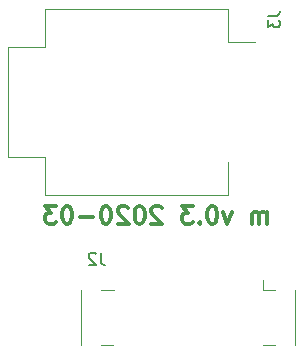
<source format=gbr>
G04 #@! TF.GenerationSoftware,KiCad,Pcbnew,5.1.5*
G04 #@! TF.CreationDate,2020-03-23T15:00:30-04:00*
G04 #@! TF.ProjectId,M55-RJ45,4d35352d-524a-4343-952e-6b696361645f,v0.3*
G04 #@! TF.SameCoordinates,Original*
G04 #@! TF.FileFunction,Legend,Bot*
G04 #@! TF.FilePolarity,Positive*
%FSLAX46Y46*%
G04 Gerber Fmt 4.6, Leading zero omitted, Abs format (unit mm)*
G04 Created by KiCad (PCBNEW 5.1.5) date 2020-03-23 15:00:30*
%MOMM*%
%LPD*%
G04 APERTURE LIST*
%ADD10C,0.300000*%
%ADD11C,0.120000*%
%ADD12C,0.150000*%
G04 APERTURE END LIST*
D10*
X62357142Y-139278571D02*
X62357142Y-138278571D01*
X62357142Y-138421428D02*
X62285714Y-138350000D01*
X62142857Y-138278571D01*
X61928571Y-138278571D01*
X61785714Y-138350000D01*
X61714285Y-138492857D01*
X61714285Y-139278571D01*
X61714285Y-138492857D02*
X61642857Y-138350000D01*
X61500000Y-138278571D01*
X61285714Y-138278571D01*
X61142857Y-138350000D01*
X61071428Y-138492857D01*
X61071428Y-139278571D01*
X59357142Y-138278571D02*
X59000000Y-139278571D01*
X58642857Y-138278571D01*
X57785714Y-137778571D02*
X57642857Y-137778571D01*
X57500000Y-137850000D01*
X57428571Y-137921428D01*
X57357142Y-138064285D01*
X57285714Y-138350000D01*
X57285714Y-138707142D01*
X57357142Y-138992857D01*
X57428571Y-139135714D01*
X57500000Y-139207142D01*
X57642857Y-139278571D01*
X57785714Y-139278571D01*
X57928571Y-139207142D01*
X58000000Y-139135714D01*
X58071428Y-138992857D01*
X58142857Y-138707142D01*
X58142857Y-138350000D01*
X58071428Y-138064285D01*
X58000000Y-137921428D01*
X57928571Y-137850000D01*
X57785714Y-137778571D01*
X56642857Y-139135714D02*
X56571428Y-139207142D01*
X56642857Y-139278571D01*
X56714285Y-139207142D01*
X56642857Y-139135714D01*
X56642857Y-139278571D01*
X56071428Y-137778571D02*
X55142857Y-137778571D01*
X55642857Y-138350000D01*
X55428571Y-138350000D01*
X55285714Y-138421428D01*
X55214285Y-138492857D01*
X55142857Y-138635714D01*
X55142857Y-138992857D01*
X55214285Y-139135714D01*
X55285714Y-139207142D01*
X55428571Y-139278571D01*
X55857142Y-139278571D01*
X56000000Y-139207142D01*
X56071428Y-139135714D01*
X53428571Y-137921428D02*
X53357142Y-137850000D01*
X53214285Y-137778571D01*
X52857142Y-137778571D01*
X52714285Y-137850000D01*
X52642857Y-137921428D01*
X52571428Y-138064285D01*
X52571428Y-138207142D01*
X52642857Y-138421428D01*
X53500000Y-139278571D01*
X52571428Y-139278571D01*
X51642857Y-137778571D02*
X51500000Y-137778571D01*
X51357142Y-137850000D01*
X51285714Y-137921428D01*
X51214285Y-138064285D01*
X51142857Y-138350000D01*
X51142857Y-138707142D01*
X51214285Y-138992857D01*
X51285714Y-139135714D01*
X51357142Y-139207142D01*
X51500000Y-139278571D01*
X51642857Y-139278571D01*
X51785714Y-139207142D01*
X51857142Y-139135714D01*
X51928571Y-138992857D01*
X52000000Y-138707142D01*
X52000000Y-138350000D01*
X51928571Y-138064285D01*
X51857142Y-137921428D01*
X51785714Y-137850000D01*
X51642857Y-137778571D01*
X50571428Y-137921428D02*
X50500000Y-137850000D01*
X50357142Y-137778571D01*
X50000000Y-137778571D01*
X49857142Y-137850000D01*
X49785714Y-137921428D01*
X49714285Y-138064285D01*
X49714285Y-138207142D01*
X49785714Y-138421428D01*
X50642857Y-139278571D01*
X49714285Y-139278571D01*
X48785714Y-137778571D02*
X48642857Y-137778571D01*
X48500000Y-137850000D01*
X48428571Y-137921428D01*
X48357142Y-138064285D01*
X48285714Y-138350000D01*
X48285714Y-138707142D01*
X48357142Y-138992857D01*
X48428571Y-139135714D01*
X48500000Y-139207142D01*
X48642857Y-139278571D01*
X48785714Y-139278571D01*
X48928571Y-139207142D01*
X49000000Y-139135714D01*
X49071428Y-138992857D01*
X49142857Y-138707142D01*
X49142857Y-138350000D01*
X49071428Y-138064285D01*
X49000000Y-137921428D01*
X48928571Y-137850000D01*
X48785714Y-137778571D01*
X47642857Y-138707142D02*
X46500000Y-138707142D01*
X45500000Y-137778571D02*
X45357142Y-137778571D01*
X45214285Y-137850000D01*
X45142857Y-137921428D01*
X45071428Y-138064285D01*
X45000000Y-138350000D01*
X45000000Y-138707142D01*
X45071428Y-138992857D01*
X45142857Y-139135714D01*
X45214285Y-139207142D01*
X45357142Y-139278571D01*
X45500000Y-139278571D01*
X45642857Y-139207142D01*
X45714285Y-139135714D01*
X45785714Y-138992857D01*
X45857142Y-138707142D01*
X45857142Y-138350000D01*
X45785714Y-138064285D01*
X45714285Y-137921428D01*
X45642857Y-137850000D01*
X45500000Y-137778571D01*
X44500000Y-137778571D02*
X43571428Y-137778571D01*
X44071428Y-138350000D01*
X43857142Y-138350000D01*
X43714285Y-138421428D01*
X43642857Y-138492857D01*
X43571428Y-138635714D01*
X43571428Y-138992857D01*
X43642857Y-139135714D01*
X43714285Y-139207142D01*
X43857142Y-139278571D01*
X44285714Y-139278571D01*
X44428571Y-139207142D01*
X44500000Y-139135714D01*
D11*
X59080000Y-136860000D02*
X59080000Y-134080000D01*
X43520000Y-136860000D02*
X59080000Y-136860000D01*
X43520000Y-133640000D02*
X43520000Y-136860000D01*
X40420000Y-133640000D02*
X43520000Y-133640000D01*
X40420000Y-124360000D02*
X40420000Y-133640000D01*
X43520000Y-124360000D02*
X40420000Y-124360000D01*
X43520000Y-121140000D02*
X43520000Y-124360000D01*
X59080000Y-121140000D02*
X43520000Y-121140000D01*
X59080000Y-121140000D02*
X59080000Y-123935000D01*
X59080000Y-123935000D02*
X61340000Y-123935000D01*
X63067820Y-144900620D02*
X62012820Y-144900620D01*
X64707820Y-144900620D02*
X64707820Y-149540620D01*
X62012820Y-144900620D02*
X62012820Y-144080620D01*
X63043820Y-149540620D02*
X61988820Y-149540620D01*
X46647820Y-149540620D02*
X46647820Y-144900620D01*
X48311820Y-144900620D02*
X49366820Y-144900620D01*
X48287820Y-149540620D02*
X49342820Y-149540620D01*
D12*
X62452380Y-121666666D02*
X63166666Y-121666666D01*
X63309523Y-121619047D01*
X63404761Y-121523809D01*
X63452380Y-121380952D01*
X63452380Y-121285714D01*
X62452380Y-122047619D02*
X62452380Y-122666666D01*
X62833333Y-122333333D01*
X62833333Y-122476190D01*
X62880952Y-122571428D01*
X62928571Y-122619047D01*
X63023809Y-122666666D01*
X63261904Y-122666666D01*
X63357142Y-122619047D01*
X63404761Y-122571428D01*
X63452380Y-122476190D01*
X63452380Y-122190476D01*
X63404761Y-122095238D01*
X63357142Y-122047619D01*
X48270753Y-141743180D02*
X48270753Y-142457466D01*
X48318372Y-142600323D01*
X48413610Y-142695561D01*
X48556467Y-142743180D01*
X48651705Y-142743180D01*
X47842181Y-141838419D02*
X47794562Y-141790800D01*
X47699324Y-141743180D01*
X47461229Y-141743180D01*
X47365991Y-141790800D01*
X47318372Y-141838419D01*
X47270753Y-141933657D01*
X47270753Y-142028895D01*
X47318372Y-142171752D01*
X47889800Y-142743180D01*
X47270753Y-142743180D01*
M02*

</source>
